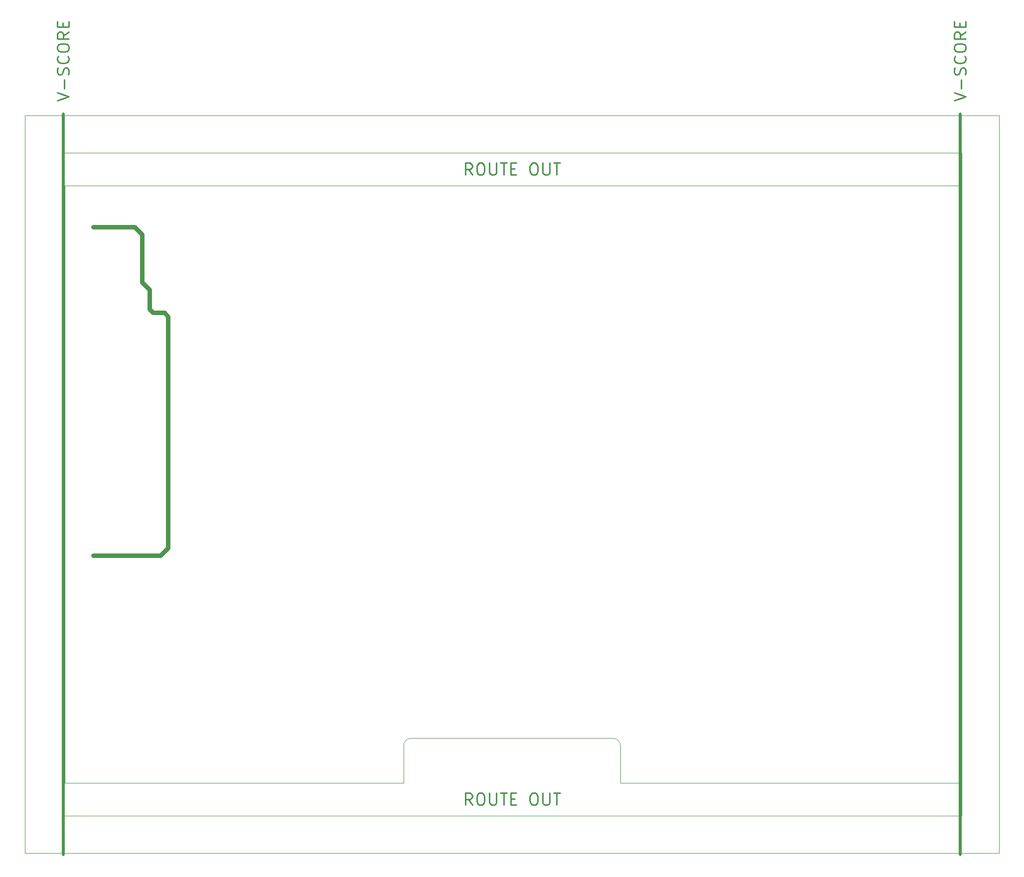
<source format=gko>
%TF.GenerationSoftware,KiCad,Pcbnew,8.0.7*%
%TF.CreationDate,2025-01-20T10:21:50+00:00*%
%TF.ProjectId,SparkPNT_GNSSDO_Plus_panelized,53706172-6b50-44e5-945f-474e5353444f,rev?*%
%TF.SameCoordinates,Original*%
%TF.FileFunction,Soldermask,Bot*%
%TF.FilePolarity,Negative*%
%FSLAX46Y46*%
G04 Gerber Fmt 4.6, Leading zero omitted, Abs format (unit mm)*
G04 Created by KiCad (PCBNEW 8.0.7) date 2025-01-20 10:21:50*
%MOMM*%
%LPD*%
G01*
G04 APERTURE LIST*
%TA.AperFunction,Profile*%
%ADD10C,0.100000*%
%TD*%
%ADD11C,0.500000*%
%ADD12C,0.250000*%
%ADD13C,0.800000*%
%ADD14C,0.800100*%
G04 APERTURE END LIST*
D10*
X-6600000Y113530000D02*
X159000000Y113530000D01*
X94615000Y6350000D02*
X94615000Y0D01*
X-6600000Y-11930000D02*
X-6600000Y113530000D01*
X159000000Y-11930000D02*
X-6600000Y-11930000D01*
X57785000Y0D02*
X57785000Y6350000D01*
X152650000Y107180000D02*
X152650000Y-5580000D01*
X57785000Y6350000D02*
G75*
G02*
X59055000Y7620000I1270000J0D01*
G01*
X250000Y0D02*
X250000Y101600000D01*
X-250000Y107180000D02*
X152650000Y107180000D01*
X152650000Y-5580000D02*
X-250000Y-5580000D01*
X159000000Y113530000D02*
X159000000Y-11930000D01*
X250000Y101600000D02*
X152150000Y101600000D01*
X250000Y0D02*
X57785000Y0D01*
X152150000Y0D02*
X94615000Y0D01*
X59055000Y7620000D02*
X93345000Y7620000D01*
X152150000Y101600000D02*
X152150000Y0D01*
X-250000Y-5580000D02*
X-250000Y107180000D01*
X93345000Y7620000D02*
G75*
G02*
X94615000Y6350000I0J-1270000D01*
G01*
D11*
X152400000Y113780000D02*
X152400000Y-12180000D01*
X0Y113780000D02*
X0Y-12180000D01*
D12*
X151312238Y116134950D02*
X153312238Y116801616D01*
X153312238Y116801616D02*
X151312238Y117468283D01*
X152550333Y118134950D02*
X152550333Y119658759D01*
X153217000Y120515902D02*
X153312238Y120801616D01*
X153312238Y120801616D02*
X153312238Y121277807D01*
X153312238Y121277807D02*
X153217000Y121468283D01*
X153217000Y121468283D02*
X153121761Y121563521D01*
X153121761Y121563521D02*
X152931285Y121658759D01*
X152931285Y121658759D02*
X152740809Y121658759D01*
X152740809Y121658759D02*
X152550333Y121563521D01*
X152550333Y121563521D02*
X152455095Y121468283D01*
X152455095Y121468283D02*
X152359857Y121277807D01*
X152359857Y121277807D02*
X152264619Y120896854D01*
X152264619Y120896854D02*
X152169380Y120706378D01*
X152169380Y120706378D02*
X152074142Y120611140D01*
X152074142Y120611140D02*
X151883666Y120515902D01*
X151883666Y120515902D02*
X151693190Y120515902D01*
X151693190Y120515902D02*
X151502714Y120611140D01*
X151502714Y120611140D02*
X151407476Y120706378D01*
X151407476Y120706378D02*
X151312238Y120896854D01*
X151312238Y120896854D02*
X151312238Y121373045D01*
X151312238Y121373045D02*
X151407476Y121658759D01*
X153121761Y123658759D02*
X153217000Y123563521D01*
X153217000Y123563521D02*
X153312238Y123277807D01*
X153312238Y123277807D02*
X153312238Y123087331D01*
X153312238Y123087331D02*
X153217000Y122801616D01*
X153217000Y122801616D02*
X153026523Y122611140D01*
X153026523Y122611140D02*
X152836047Y122515902D01*
X152836047Y122515902D02*
X152455095Y122420664D01*
X152455095Y122420664D02*
X152169380Y122420664D01*
X152169380Y122420664D02*
X151788428Y122515902D01*
X151788428Y122515902D02*
X151597952Y122611140D01*
X151597952Y122611140D02*
X151407476Y122801616D01*
X151407476Y122801616D02*
X151312238Y123087331D01*
X151312238Y123087331D02*
X151312238Y123277807D01*
X151312238Y123277807D02*
X151407476Y123563521D01*
X151407476Y123563521D02*
X151502714Y123658759D01*
X151312238Y124896854D02*
X151312238Y125277807D01*
X151312238Y125277807D02*
X151407476Y125468283D01*
X151407476Y125468283D02*
X151597952Y125658759D01*
X151597952Y125658759D02*
X151978904Y125753997D01*
X151978904Y125753997D02*
X152645571Y125753997D01*
X152645571Y125753997D02*
X153026523Y125658759D01*
X153026523Y125658759D02*
X153217000Y125468283D01*
X153217000Y125468283D02*
X153312238Y125277807D01*
X153312238Y125277807D02*
X153312238Y124896854D01*
X153312238Y124896854D02*
X153217000Y124706378D01*
X153217000Y124706378D02*
X153026523Y124515902D01*
X153026523Y124515902D02*
X152645571Y124420664D01*
X152645571Y124420664D02*
X151978904Y124420664D01*
X151978904Y124420664D02*
X151597952Y124515902D01*
X151597952Y124515902D02*
X151407476Y124706378D01*
X151407476Y124706378D02*
X151312238Y124896854D01*
X153312238Y127753997D02*
X152359857Y127087330D01*
X153312238Y126611140D02*
X151312238Y126611140D01*
X151312238Y126611140D02*
X151312238Y127373045D01*
X151312238Y127373045D02*
X151407476Y127563521D01*
X151407476Y127563521D02*
X151502714Y127658759D01*
X151502714Y127658759D02*
X151693190Y127753997D01*
X151693190Y127753997D02*
X151978904Y127753997D01*
X151978904Y127753997D02*
X152169380Y127658759D01*
X152169380Y127658759D02*
X152264619Y127563521D01*
X152264619Y127563521D02*
X152359857Y127373045D01*
X152359857Y127373045D02*
X152359857Y126611140D01*
X152264619Y128611140D02*
X152264619Y129277807D01*
X153312238Y129563521D02*
X153312238Y128611140D01*
X153312238Y128611140D02*
X151312238Y128611140D01*
X151312238Y128611140D02*
X151312238Y129563521D01*
X-1087762Y116134950D02*
X912238Y116801616D01*
X912238Y116801616D02*
X-1087762Y117468283D01*
X150333Y118134950D02*
X150333Y119658759D01*
X817000Y120515902D02*
X912238Y120801616D01*
X912238Y120801616D02*
X912238Y121277807D01*
X912238Y121277807D02*
X817000Y121468283D01*
X817000Y121468283D02*
X721761Y121563521D01*
X721761Y121563521D02*
X531285Y121658759D01*
X531285Y121658759D02*
X340809Y121658759D01*
X340809Y121658759D02*
X150333Y121563521D01*
X150333Y121563521D02*
X55095Y121468283D01*
X55095Y121468283D02*
X-40143Y121277807D01*
X-40143Y121277807D02*
X-135381Y120896854D01*
X-135381Y120896854D02*
X-230620Y120706378D01*
X-230620Y120706378D02*
X-325858Y120611140D01*
X-325858Y120611140D02*
X-516334Y120515902D01*
X-516334Y120515902D02*
X-706810Y120515902D01*
X-706810Y120515902D02*
X-897286Y120611140D01*
X-897286Y120611140D02*
X-992524Y120706378D01*
X-992524Y120706378D02*
X-1087762Y120896854D01*
X-1087762Y120896854D02*
X-1087762Y121373045D01*
X-1087762Y121373045D02*
X-992524Y121658759D01*
X721761Y123658759D02*
X817000Y123563521D01*
X817000Y123563521D02*
X912238Y123277807D01*
X912238Y123277807D02*
X912238Y123087331D01*
X912238Y123087331D02*
X817000Y122801616D01*
X817000Y122801616D02*
X626523Y122611140D01*
X626523Y122611140D02*
X436047Y122515902D01*
X436047Y122515902D02*
X55095Y122420664D01*
X55095Y122420664D02*
X-230620Y122420664D01*
X-230620Y122420664D02*
X-611572Y122515902D01*
X-611572Y122515902D02*
X-802048Y122611140D01*
X-802048Y122611140D02*
X-992524Y122801616D01*
X-992524Y122801616D02*
X-1087762Y123087331D01*
X-1087762Y123087331D02*
X-1087762Y123277807D01*
X-1087762Y123277807D02*
X-992524Y123563521D01*
X-992524Y123563521D02*
X-897286Y123658759D01*
X-1087762Y124896854D02*
X-1087762Y125277807D01*
X-1087762Y125277807D02*
X-992524Y125468283D01*
X-992524Y125468283D02*
X-802048Y125658759D01*
X-802048Y125658759D02*
X-421096Y125753997D01*
X-421096Y125753997D02*
X245571Y125753997D01*
X245571Y125753997D02*
X626523Y125658759D01*
X626523Y125658759D02*
X817000Y125468283D01*
X817000Y125468283D02*
X912238Y125277807D01*
X912238Y125277807D02*
X912238Y124896854D01*
X912238Y124896854D02*
X817000Y124706378D01*
X817000Y124706378D02*
X626523Y124515902D01*
X626523Y124515902D02*
X245571Y124420664D01*
X245571Y124420664D02*
X-421096Y124420664D01*
X-421096Y124420664D02*
X-802048Y124515902D01*
X-802048Y124515902D02*
X-992524Y124706378D01*
X-992524Y124706378D02*
X-1087762Y124896854D01*
X912238Y127753997D02*
X-40143Y127087330D01*
X912238Y126611140D02*
X-1087762Y126611140D01*
X-1087762Y126611140D02*
X-1087762Y127373045D01*
X-1087762Y127373045D02*
X-992524Y127563521D01*
X-992524Y127563521D02*
X-897286Y127658759D01*
X-897286Y127658759D02*
X-706810Y127753997D01*
X-706810Y127753997D02*
X-421096Y127753997D01*
X-421096Y127753997D02*
X-230620Y127658759D01*
X-230620Y127658759D02*
X-135381Y127563521D01*
X-135381Y127563521D02*
X-40143Y127373045D01*
X-40143Y127373045D02*
X-40143Y126611140D01*
X-135381Y128611140D02*
X-135381Y129277807D01*
X912238Y129563521D02*
X912238Y128611140D01*
X912238Y128611140D02*
X-1087762Y128611140D01*
X-1087762Y128611140D02*
X-1087762Y129563521D01*
X69438094Y103477762D02*
X68771427Y104430143D01*
X68295237Y103477762D02*
X68295237Y105477762D01*
X68295237Y105477762D02*
X69057142Y105477762D01*
X69057142Y105477762D02*
X69247618Y105382524D01*
X69247618Y105382524D02*
X69342856Y105287286D01*
X69342856Y105287286D02*
X69438094Y105096810D01*
X69438094Y105096810D02*
X69438094Y104811096D01*
X69438094Y104811096D02*
X69342856Y104620620D01*
X69342856Y104620620D02*
X69247618Y104525381D01*
X69247618Y104525381D02*
X69057142Y104430143D01*
X69057142Y104430143D02*
X68295237Y104430143D01*
X70676189Y105477762D02*
X71057142Y105477762D01*
X71057142Y105477762D02*
X71247618Y105382524D01*
X71247618Y105382524D02*
X71438094Y105192048D01*
X71438094Y105192048D02*
X71533332Y104811096D01*
X71533332Y104811096D02*
X71533332Y104144429D01*
X71533332Y104144429D02*
X71438094Y103763477D01*
X71438094Y103763477D02*
X71247618Y103573000D01*
X71247618Y103573000D02*
X71057142Y103477762D01*
X71057142Y103477762D02*
X70676189Y103477762D01*
X70676189Y103477762D02*
X70485713Y103573000D01*
X70485713Y103573000D02*
X70295237Y103763477D01*
X70295237Y103763477D02*
X70199999Y104144429D01*
X70199999Y104144429D02*
X70199999Y104811096D01*
X70199999Y104811096D02*
X70295237Y105192048D01*
X70295237Y105192048D02*
X70485713Y105382524D01*
X70485713Y105382524D02*
X70676189Y105477762D01*
X72390475Y105477762D02*
X72390475Y103858715D01*
X72390475Y103858715D02*
X72485713Y103668239D01*
X72485713Y103668239D02*
X72580951Y103573000D01*
X72580951Y103573000D02*
X72771427Y103477762D01*
X72771427Y103477762D02*
X73152380Y103477762D01*
X73152380Y103477762D02*
X73342856Y103573000D01*
X73342856Y103573000D02*
X73438094Y103668239D01*
X73438094Y103668239D02*
X73533332Y103858715D01*
X73533332Y103858715D02*
X73533332Y105477762D01*
X74199999Y105477762D02*
X75342856Y105477762D01*
X74771427Y103477762D02*
X74771427Y105477762D01*
X76009523Y104525381D02*
X76676190Y104525381D01*
X76961904Y103477762D02*
X76009523Y103477762D01*
X76009523Y103477762D02*
X76009523Y105477762D01*
X76009523Y105477762D02*
X76961904Y105477762D01*
X79723809Y105477762D02*
X80104762Y105477762D01*
X80104762Y105477762D02*
X80295238Y105382524D01*
X80295238Y105382524D02*
X80485714Y105192048D01*
X80485714Y105192048D02*
X80580952Y104811096D01*
X80580952Y104811096D02*
X80580952Y104144429D01*
X80580952Y104144429D02*
X80485714Y103763477D01*
X80485714Y103763477D02*
X80295238Y103573000D01*
X80295238Y103573000D02*
X80104762Y103477762D01*
X80104762Y103477762D02*
X79723809Y103477762D01*
X79723809Y103477762D02*
X79533333Y103573000D01*
X79533333Y103573000D02*
X79342857Y103763477D01*
X79342857Y103763477D02*
X79247619Y104144429D01*
X79247619Y104144429D02*
X79247619Y104811096D01*
X79247619Y104811096D02*
X79342857Y105192048D01*
X79342857Y105192048D02*
X79533333Y105382524D01*
X79533333Y105382524D02*
X79723809Y105477762D01*
X81438095Y105477762D02*
X81438095Y103858715D01*
X81438095Y103858715D02*
X81533333Y103668239D01*
X81533333Y103668239D02*
X81628571Y103573000D01*
X81628571Y103573000D02*
X81819047Y103477762D01*
X81819047Y103477762D02*
X82200000Y103477762D01*
X82200000Y103477762D02*
X82390476Y103573000D01*
X82390476Y103573000D02*
X82485714Y103668239D01*
X82485714Y103668239D02*
X82580952Y103858715D01*
X82580952Y103858715D02*
X82580952Y105477762D01*
X83247619Y105477762D02*
X84390476Y105477762D01*
X83819047Y103477762D02*
X83819047Y105477762D01*
X69438094Y-3702238D02*
X68771427Y-2749857D01*
X68295237Y-3702238D02*
X68295237Y-1702238D01*
X68295237Y-1702238D02*
X69057142Y-1702238D01*
X69057142Y-1702238D02*
X69247618Y-1797476D01*
X69247618Y-1797476D02*
X69342856Y-1892714D01*
X69342856Y-1892714D02*
X69438094Y-2083190D01*
X69438094Y-2083190D02*
X69438094Y-2368904D01*
X69438094Y-2368904D02*
X69342856Y-2559380D01*
X69342856Y-2559380D02*
X69247618Y-2654619D01*
X69247618Y-2654619D02*
X69057142Y-2749857D01*
X69057142Y-2749857D02*
X68295237Y-2749857D01*
X70676189Y-1702238D02*
X71057142Y-1702238D01*
X71057142Y-1702238D02*
X71247618Y-1797476D01*
X71247618Y-1797476D02*
X71438094Y-1987952D01*
X71438094Y-1987952D02*
X71533332Y-2368904D01*
X71533332Y-2368904D02*
X71533332Y-3035571D01*
X71533332Y-3035571D02*
X71438094Y-3416523D01*
X71438094Y-3416523D02*
X71247618Y-3607000D01*
X71247618Y-3607000D02*
X71057142Y-3702238D01*
X71057142Y-3702238D02*
X70676189Y-3702238D01*
X70676189Y-3702238D02*
X70485713Y-3607000D01*
X70485713Y-3607000D02*
X70295237Y-3416523D01*
X70295237Y-3416523D02*
X70199999Y-3035571D01*
X70199999Y-3035571D02*
X70199999Y-2368904D01*
X70199999Y-2368904D02*
X70295237Y-1987952D01*
X70295237Y-1987952D02*
X70485713Y-1797476D01*
X70485713Y-1797476D02*
X70676189Y-1702238D01*
X72390475Y-1702238D02*
X72390475Y-3321285D01*
X72390475Y-3321285D02*
X72485713Y-3511761D01*
X72485713Y-3511761D02*
X72580951Y-3607000D01*
X72580951Y-3607000D02*
X72771427Y-3702238D01*
X72771427Y-3702238D02*
X73152380Y-3702238D01*
X73152380Y-3702238D02*
X73342856Y-3607000D01*
X73342856Y-3607000D02*
X73438094Y-3511761D01*
X73438094Y-3511761D02*
X73533332Y-3321285D01*
X73533332Y-3321285D02*
X73533332Y-1702238D01*
X74199999Y-1702238D02*
X75342856Y-1702238D01*
X74771427Y-3702238D02*
X74771427Y-1702238D01*
X76009523Y-2654619D02*
X76676190Y-2654619D01*
X76961904Y-3702238D02*
X76009523Y-3702238D01*
X76009523Y-3702238D02*
X76009523Y-1702238D01*
X76009523Y-1702238D02*
X76961904Y-1702238D01*
X79723809Y-1702238D02*
X80104762Y-1702238D01*
X80104762Y-1702238D02*
X80295238Y-1797476D01*
X80295238Y-1797476D02*
X80485714Y-1987952D01*
X80485714Y-1987952D02*
X80580952Y-2368904D01*
X80580952Y-2368904D02*
X80580952Y-3035571D01*
X80580952Y-3035571D02*
X80485714Y-3416523D01*
X80485714Y-3416523D02*
X80295238Y-3607000D01*
X80295238Y-3607000D02*
X80104762Y-3702238D01*
X80104762Y-3702238D02*
X79723809Y-3702238D01*
X79723809Y-3702238D02*
X79533333Y-3607000D01*
X79533333Y-3607000D02*
X79342857Y-3416523D01*
X79342857Y-3416523D02*
X79247619Y-3035571D01*
X79247619Y-3035571D02*
X79247619Y-2368904D01*
X79247619Y-2368904D02*
X79342857Y-1987952D01*
X79342857Y-1987952D02*
X79533333Y-1797476D01*
X79533333Y-1797476D02*
X79723809Y-1702238D01*
X81438095Y-1702238D02*
X81438095Y-3321285D01*
X81438095Y-3321285D02*
X81533333Y-3511761D01*
X81533333Y-3511761D02*
X81628571Y-3607000D01*
X81628571Y-3607000D02*
X81819047Y-3702238D01*
X81819047Y-3702238D02*
X82200000Y-3702238D01*
X82200000Y-3702238D02*
X82390476Y-3607000D01*
X82390476Y-3607000D02*
X82485714Y-3511761D01*
X82485714Y-3511761D02*
X82580952Y-3321285D01*
X82580952Y-3321285D02*
X82580952Y-1702238D01*
X83247619Y-1702238D02*
X84390476Y-1702238D01*
X83819047Y-3702238D02*
X83819047Y-1702238D01*
D13*
X16510000Y38735000D02*
X5080000Y38735000D01*
X13335000Y85217000D02*
X14605000Y83947000D01*
X12065000Y94615000D02*
X13335000Y93345000D01*
X17780000Y79375000D02*
X17780000Y40005000D01*
D14*
X15240000Y80010000D02*
X17145000Y80010000D01*
D13*
X14605000Y83947000D02*
X14605000Y80645000D01*
D14*
X14605000Y80645000D02*
X15240000Y80010000D01*
X17145000Y80010000D02*
X17780000Y79375000D01*
D13*
X17780000Y40005000D02*
X16510000Y38735000D01*
X5080000Y94615000D02*
X12065000Y94615000D01*
X13335000Y93345000D02*
X13335000Y85217000D01*
M02*

</source>
